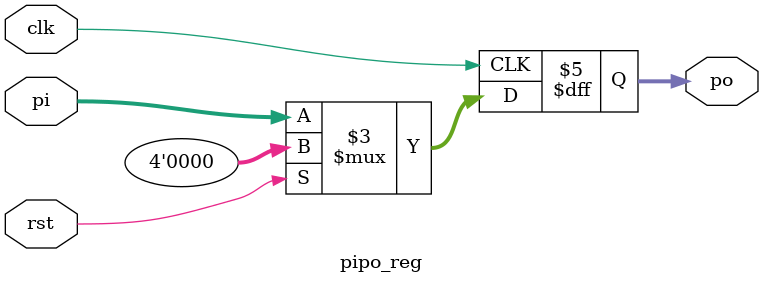
<source format=v>
`timescale 1ns / 1ps


module pipo_reg(
    input clk,rst,
    input [3:0]pi,
    output reg[3:0]po
    );
    
    always @(posedge clk)begin
    if(rst)
        po <= 4'b0000;
    else
        po <= pi;
    end
    
endmodule

</source>
